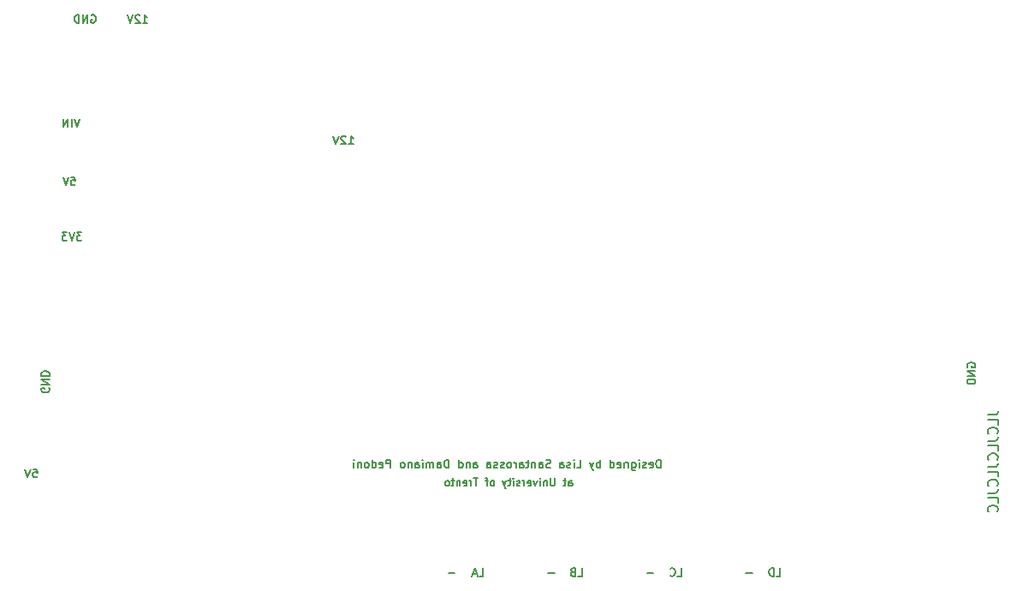
<source format=gbr>
%TF.GenerationSoftware,KiCad,Pcbnew,(6.0.4-0)*%
%TF.CreationDate,2022-05-20T14:50:06+02:00*%
%TF.ProjectId,Huge-Stepper-Driver,48756765-2d53-4746-9570-7065722d4472,rev?*%
%TF.SameCoordinates,Original*%
%TF.FileFunction,Legend,Bot*%
%TF.FilePolarity,Positive*%
%FSLAX46Y46*%
G04 Gerber Fmt 4.6, Leading zero omitted, Abs format (unit mm)*
G04 Created by KiCad (PCBNEW (6.0.4-0)) date 2022-05-20 14:50:06*
%MOMM*%
%LPD*%
G01*
G04 APERTURE LIST*
%ADD10C,0.150000*%
G04 APERTURE END LIST*
D10*
X145501571Y-124189685D02*
X145501571Y-123796828D01*
X145537285Y-123725400D01*
X145608714Y-123689685D01*
X145751571Y-123689685D01*
X145823000Y-123725400D01*
X145501571Y-124153971D02*
X145573000Y-124189685D01*
X145751571Y-124189685D01*
X145823000Y-124153971D01*
X145858714Y-124082542D01*
X145858714Y-124011114D01*
X145823000Y-123939685D01*
X145751571Y-123903971D01*
X145573000Y-123903971D01*
X145501571Y-123868257D01*
X145251571Y-123689685D02*
X144965857Y-123689685D01*
X145144428Y-123439685D02*
X145144428Y-124082542D01*
X145108714Y-124153971D01*
X145037285Y-124189685D01*
X144965857Y-124189685D01*
X144144428Y-123439685D02*
X144144428Y-124046828D01*
X144108714Y-124118257D01*
X144073000Y-124153971D01*
X144001571Y-124189685D01*
X143858714Y-124189685D01*
X143787285Y-124153971D01*
X143751571Y-124118257D01*
X143715857Y-124046828D01*
X143715857Y-123439685D01*
X143358714Y-123689685D02*
X143358714Y-124189685D01*
X143358714Y-123761114D02*
X143323000Y-123725400D01*
X143251571Y-123689685D01*
X143144428Y-123689685D01*
X143073000Y-123725400D01*
X143037285Y-123796828D01*
X143037285Y-124189685D01*
X142680142Y-124189685D02*
X142680142Y-123689685D01*
X142680142Y-123439685D02*
X142715857Y-123475400D01*
X142680142Y-123511114D01*
X142644428Y-123475400D01*
X142680142Y-123439685D01*
X142680142Y-123511114D01*
X142394428Y-123689685D02*
X142215857Y-124189685D01*
X142037285Y-123689685D01*
X141465857Y-124153971D02*
X141537285Y-124189685D01*
X141680142Y-124189685D01*
X141751571Y-124153971D01*
X141787285Y-124082542D01*
X141787285Y-123796828D01*
X141751571Y-123725400D01*
X141680142Y-123689685D01*
X141537285Y-123689685D01*
X141465857Y-123725400D01*
X141430142Y-123796828D01*
X141430142Y-123868257D01*
X141787285Y-123939685D01*
X141108714Y-124189685D02*
X141108714Y-123689685D01*
X141108714Y-123832542D02*
X141073000Y-123761114D01*
X141037285Y-123725400D01*
X140965857Y-123689685D01*
X140894428Y-123689685D01*
X140680142Y-124153971D02*
X140608714Y-124189685D01*
X140465857Y-124189685D01*
X140394428Y-124153971D01*
X140358714Y-124082542D01*
X140358714Y-124046828D01*
X140394428Y-123975400D01*
X140465857Y-123939685D01*
X140573000Y-123939685D01*
X140644428Y-123903971D01*
X140680142Y-123832542D01*
X140680142Y-123796828D01*
X140644428Y-123725400D01*
X140573000Y-123689685D01*
X140465857Y-123689685D01*
X140394428Y-123725400D01*
X140037285Y-124189685D02*
X140037285Y-123689685D01*
X140037285Y-123439685D02*
X140073000Y-123475400D01*
X140037285Y-123511114D01*
X140001571Y-123475400D01*
X140037285Y-123439685D01*
X140037285Y-123511114D01*
X139787285Y-123689685D02*
X139501571Y-123689685D01*
X139680142Y-123439685D02*
X139680142Y-124082542D01*
X139644428Y-124153971D01*
X139573000Y-124189685D01*
X139501571Y-124189685D01*
X139323000Y-123689685D02*
X139144428Y-124189685D01*
X138965857Y-123689685D02*
X139144428Y-124189685D01*
X139215857Y-124368257D01*
X139251571Y-124403971D01*
X139323000Y-124439685D01*
X138001571Y-124189685D02*
X138073000Y-124153971D01*
X138108714Y-124118257D01*
X138144428Y-124046828D01*
X138144428Y-123832542D01*
X138108714Y-123761114D01*
X138073000Y-123725400D01*
X138001571Y-123689685D01*
X137894428Y-123689685D01*
X137823000Y-123725400D01*
X137787285Y-123761114D01*
X137751571Y-123832542D01*
X137751571Y-124046828D01*
X137787285Y-124118257D01*
X137823000Y-124153971D01*
X137894428Y-124189685D01*
X138001571Y-124189685D01*
X137537285Y-123689685D02*
X137251571Y-123689685D01*
X137430142Y-124189685D02*
X137430142Y-123546828D01*
X137394428Y-123475400D01*
X137323000Y-123439685D01*
X137251571Y-123439685D01*
X136537285Y-123439685D02*
X136108714Y-123439685D01*
X136323000Y-124189685D02*
X136323000Y-123439685D01*
X135858714Y-124189685D02*
X135858714Y-123689685D01*
X135858714Y-123832542D02*
X135823000Y-123761114D01*
X135787285Y-123725400D01*
X135715857Y-123689685D01*
X135644428Y-123689685D01*
X135108714Y-124153971D02*
X135180142Y-124189685D01*
X135323000Y-124189685D01*
X135394428Y-124153971D01*
X135430142Y-124082542D01*
X135430142Y-123796828D01*
X135394428Y-123725400D01*
X135323000Y-123689685D01*
X135180142Y-123689685D01*
X135108714Y-123725400D01*
X135073000Y-123796828D01*
X135073000Y-123868257D01*
X135430142Y-123939685D01*
X134751571Y-123689685D02*
X134751571Y-124189685D01*
X134751571Y-123761114D02*
X134715857Y-123725400D01*
X134644428Y-123689685D01*
X134537285Y-123689685D01*
X134465857Y-123725400D01*
X134430142Y-123796828D01*
X134430142Y-124189685D01*
X134180142Y-123689685D02*
X133894428Y-123689685D01*
X134073000Y-123439685D02*
X134073000Y-124082542D01*
X134037285Y-124153971D01*
X133965857Y-124189685D01*
X133894428Y-124189685D01*
X133537285Y-124189685D02*
X133608714Y-124153971D01*
X133644428Y-124118257D01*
X133680142Y-124046828D01*
X133680142Y-123832542D01*
X133644428Y-123761114D01*
X133608714Y-123725400D01*
X133537285Y-123689685D01*
X133430142Y-123689685D01*
X133358714Y-123725400D01*
X133323000Y-123761114D01*
X133287285Y-123832542D01*
X133287285Y-124046828D01*
X133323000Y-124118257D01*
X133358714Y-124153971D01*
X133430142Y-124189685D01*
X133537285Y-124189685D01*
X186955180Y-117173952D02*
X187669466Y-117173952D01*
X187812323Y-117126333D01*
X187907561Y-117031095D01*
X187955180Y-116888238D01*
X187955180Y-116793000D01*
X187955180Y-118126333D02*
X187955180Y-117650142D01*
X186955180Y-117650142D01*
X187859942Y-119031095D02*
X187907561Y-118983476D01*
X187955180Y-118840619D01*
X187955180Y-118745380D01*
X187907561Y-118602523D01*
X187812323Y-118507285D01*
X187717085Y-118459666D01*
X187526609Y-118412047D01*
X187383752Y-118412047D01*
X187193276Y-118459666D01*
X187098038Y-118507285D01*
X187002800Y-118602523D01*
X186955180Y-118745380D01*
X186955180Y-118840619D01*
X187002800Y-118983476D01*
X187050419Y-119031095D01*
X186955180Y-119745380D02*
X187669466Y-119745380D01*
X187812323Y-119697761D01*
X187907561Y-119602523D01*
X187955180Y-119459666D01*
X187955180Y-119364428D01*
X187955180Y-120697761D02*
X187955180Y-120221571D01*
X186955180Y-120221571D01*
X187859942Y-121602523D02*
X187907561Y-121554904D01*
X187955180Y-121412047D01*
X187955180Y-121316809D01*
X187907561Y-121173952D01*
X187812323Y-121078714D01*
X187717085Y-121031095D01*
X187526609Y-120983476D01*
X187383752Y-120983476D01*
X187193276Y-121031095D01*
X187098038Y-121078714D01*
X187002800Y-121173952D01*
X186955180Y-121316809D01*
X186955180Y-121412047D01*
X187002800Y-121554904D01*
X187050419Y-121602523D01*
X186955180Y-122316809D02*
X187669466Y-122316809D01*
X187812323Y-122269190D01*
X187907561Y-122173952D01*
X187955180Y-122031095D01*
X187955180Y-121935857D01*
X187955180Y-123269190D02*
X187955180Y-122793000D01*
X186955180Y-122793000D01*
X187859942Y-124173952D02*
X187907561Y-124126333D01*
X187955180Y-123983476D01*
X187955180Y-123888238D01*
X187907561Y-123745380D01*
X187812323Y-123650142D01*
X187717085Y-123602523D01*
X187526609Y-123554904D01*
X187383752Y-123554904D01*
X187193276Y-123602523D01*
X187098038Y-123650142D01*
X187002800Y-123745380D01*
X186955180Y-123888238D01*
X186955180Y-123983476D01*
X187002800Y-124126333D01*
X187050419Y-124173952D01*
X186955180Y-124888238D02*
X187669466Y-124888238D01*
X187812323Y-124840619D01*
X187907561Y-124745380D01*
X187955180Y-124602523D01*
X187955180Y-124507285D01*
X187955180Y-125840619D02*
X187955180Y-125364428D01*
X186955180Y-125364428D01*
X187859942Y-126745380D02*
X187907561Y-126697761D01*
X187955180Y-126554904D01*
X187955180Y-126459666D01*
X187907561Y-126316809D01*
X187812323Y-126221571D01*
X187717085Y-126173952D01*
X187526609Y-126126333D01*
X187383752Y-126126333D01*
X187193276Y-126173952D01*
X187098038Y-126221571D01*
X187002800Y-126316809D01*
X186955180Y-126459666D01*
X186955180Y-126554904D01*
X187002800Y-126697761D01*
X187050419Y-126745380D01*
X154601552Y-122383504D02*
X154601552Y-121583504D01*
X154411076Y-121583504D01*
X154296790Y-121621600D01*
X154220600Y-121697790D01*
X154182504Y-121773980D01*
X154144409Y-121926361D01*
X154144409Y-122040647D01*
X154182504Y-122193028D01*
X154220600Y-122269219D01*
X154296790Y-122345409D01*
X154411076Y-122383504D01*
X154601552Y-122383504D01*
X153496790Y-122345409D02*
X153572980Y-122383504D01*
X153725361Y-122383504D01*
X153801552Y-122345409D01*
X153839647Y-122269219D01*
X153839647Y-121964457D01*
X153801552Y-121888266D01*
X153725361Y-121850171D01*
X153572980Y-121850171D01*
X153496790Y-121888266D01*
X153458695Y-121964457D01*
X153458695Y-122040647D01*
X153839647Y-122116838D01*
X153153933Y-122345409D02*
X153077742Y-122383504D01*
X152925361Y-122383504D01*
X152849171Y-122345409D01*
X152811076Y-122269219D01*
X152811076Y-122231123D01*
X152849171Y-122154933D01*
X152925361Y-122116838D01*
X153039647Y-122116838D01*
X153115838Y-122078742D01*
X153153933Y-122002552D01*
X153153933Y-121964457D01*
X153115838Y-121888266D01*
X153039647Y-121850171D01*
X152925361Y-121850171D01*
X152849171Y-121888266D01*
X152468219Y-122383504D02*
X152468219Y-121850171D01*
X152468219Y-121583504D02*
X152506314Y-121621600D01*
X152468219Y-121659695D01*
X152430123Y-121621600D01*
X152468219Y-121583504D01*
X152468219Y-121659695D01*
X151744409Y-121850171D02*
X151744409Y-122497790D01*
X151782504Y-122573980D01*
X151820600Y-122612076D01*
X151896790Y-122650171D01*
X152011076Y-122650171D01*
X152087266Y-122612076D01*
X151744409Y-122345409D02*
X151820600Y-122383504D01*
X151972980Y-122383504D01*
X152049171Y-122345409D01*
X152087266Y-122307314D01*
X152125361Y-122231123D01*
X152125361Y-122002552D01*
X152087266Y-121926361D01*
X152049171Y-121888266D01*
X151972980Y-121850171D01*
X151820600Y-121850171D01*
X151744409Y-121888266D01*
X151363457Y-121850171D02*
X151363457Y-122383504D01*
X151363457Y-121926361D02*
X151325361Y-121888266D01*
X151249171Y-121850171D01*
X151134885Y-121850171D01*
X151058695Y-121888266D01*
X151020600Y-121964457D01*
X151020600Y-122383504D01*
X150334885Y-122345409D02*
X150411076Y-122383504D01*
X150563457Y-122383504D01*
X150639647Y-122345409D01*
X150677742Y-122269219D01*
X150677742Y-121964457D01*
X150639647Y-121888266D01*
X150563457Y-121850171D01*
X150411076Y-121850171D01*
X150334885Y-121888266D01*
X150296790Y-121964457D01*
X150296790Y-122040647D01*
X150677742Y-122116838D01*
X149611076Y-122383504D02*
X149611076Y-121583504D01*
X149611076Y-122345409D02*
X149687266Y-122383504D01*
X149839647Y-122383504D01*
X149915838Y-122345409D01*
X149953933Y-122307314D01*
X149992028Y-122231123D01*
X149992028Y-122002552D01*
X149953933Y-121926361D01*
X149915838Y-121888266D01*
X149839647Y-121850171D01*
X149687266Y-121850171D01*
X149611076Y-121888266D01*
X148620600Y-122383504D02*
X148620600Y-121583504D01*
X148620600Y-121888266D02*
X148544409Y-121850171D01*
X148392028Y-121850171D01*
X148315838Y-121888266D01*
X148277742Y-121926361D01*
X148239647Y-122002552D01*
X148239647Y-122231123D01*
X148277742Y-122307314D01*
X148315838Y-122345409D01*
X148392028Y-122383504D01*
X148544409Y-122383504D01*
X148620600Y-122345409D01*
X147972980Y-121850171D02*
X147782504Y-122383504D01*
X147592028Y-121850171D02*
X147782504Y-122383504D01*
X147858695Y-122573980D01*
X147896790Y-122612076D01*
X147972980Y-122650171D01*
X146296790Y-122383504D02*
X146677742Y-122383504D01*
X146677742Y-121583504D01*
X146030123Y-122383504D02*
X146030123Y-121850171D01*
X146030123Y-121583504D02*
X146068219Y-121621600D01*
X146030123Y-121659695D01*
X145992028Y-121621600D01*
X146030123Y-121583504D01*
X146030123Y-121659695D01*
X145687266Y-122345409D02*
X145611076Y-122383504D01*
X145458695Y-122383504D01*
X145382504Y-122345409D01*
X145344409Y-122269219D01*
X145344409Y-122231123D01*
X145382504Y-122154933D01*
X145458695Y-122116838D01*
X145572980Y-122116838D01*
X145649171Y-122078742D01*
X145687266Y-122002552D01*
X145687266Y-121964457D01*
X145649171Y-121888266D01*
X145572980Y-121850171D01*
X145458695Y-121850171D01*
X145382504Y-121888266D01*
X144658695Y-122383504D02*
X144658695Y-121964457D01*
X144696790Y-121888266D01*
X144772980Y-121850171D01*
X144925361Y-121850171D01*
X145001552Y-121888266D01*
X144658695Y-122345409D02*
X144734885Y-122383504D01*
X144925361Y-122383504D01*
X145001552Y-122345409D01*
X145039647Y-122269219D01*
X145039647Y-122193028D01*
X145001552Y-122116838D01*
X144925361Y-122078742D01*
X144734885Y-122078742D01*
X144658695Y-122040647D01*
X143706314Y-122345409D02*
X143592028Y-122383504D01*
X143401552Y-122383504D01*
X143325361Y-122345409D01*
X143287266Y-122307314D01*
X143249171Y-122231123D01*
X143249171Y-122154933D01*
X143287266Y-122078742D01*
X143325361Y-122040647D01*
X143401552Y-122002552D01*
X143553933Y-121964457D01*
X143630123Y-121926361D01*
X143668219Y-121888266D01*
X143706314Y-121812076D01*
X143706314Y-121735885D01*
X143668219Y-121659695D01*
X143630123Y-121621600D01*
X143553933Y-121583504D01*
X143363457Y-121583504D01*
X143249171Y-121621600D01*
X142563457Y-122383504D02*
X142563457Y-121964457D01*
X142601552Y-121888266D01*
X142677742Y-121850171D01*
X142830123Y-121850171D01*
X142906314Y-121888266D01*
X142563457Y-122345409D02*
X142639647Y-122383504D01*
X142830123Y-122383504D01*
X142906314Y-122345409D01*
X142944409Y-122269219D01*
X142944409Y-122193028D01*
X142906314Y-122116838D01*
X142830123Y-122078742D01*
X142639647Y-122078742D01*
X142563457Y-122040647D01*
X142182504Y-121850171D02*
X142182504Y-122383504D01*
X142182504Y-121926361D02*
X142144409Y-121888266D01*
X142068219Y-121850171D01*
X141953933Y-121850171D01*
X141877742Y-121888266D01*
X141839647Y-121964457D01*
X141839647Y-122383504D01*
X141572980Y-121850171D02*
X141268219Y-121850171D01*
X141458695Y-121583504D02*
X141458695Y-122269219D01*
X141420600Y-122345409D01*
X141344409Y-122383504D01*
X141268219Y-122383504D01*
X140658695Y-122383504D02*
X140658695Y-121964457D01*
X140696790Y-121888266D01*
X140772980Y-121850171D01*
X140925361Y-121850171D01*
X141001552Y-121888266D01*
X140658695Y-122345409D02*
X140734885Y-122383504D01*
X140925361Y-122383504D01*
X141001552Y-122345409D01*
X141039647Y-122269219D01*
X141039647Y-122193028D01*
X141001552Y-122116838D01*
X140925361Y-122078742D01*
X140734885Y-122078742D01*
X140658695Y-122040647D01*
X140277742Y-122383504D02*
X140277742Y-121850171D01*
X140277742Y-122002552D02*
X140239647Y-121926361D01*
X140201552Y-121888266D01*
X140125361Y-121850171D01*
X140049171Y-121850171D01*
X139668219Y-122383504D02*
X139744409Y-122345409D01*
X139782504Y-122307314D01*
X139820600Y-122231123D01*
X139820600Y-122002552D01*
X139782504Y-121926361D01*
X139744409Y-121888266D01*
X139668219Y-121850171D01*
X139553933Y-121850171D01*
X139477742Y-121888266D01*
X139439647Y-121926361D01*
X139401552Y-122002552D01*
X139401552Y-122231123D01*
X139439647Y-122307314D01*
X139477742Y-122345409D01*
X139553933Y-122383504D01*
X139668219Y-122383504D01*
X139096790Y-122345409D02*
X139020600Y-122383504D01*
X138868219Y-122383504D01*
X138792028Y-122345409D01*
X138753933Y-122269219D01*
X138753933Y-122231123D01*
X138792028Y-122154933D01*
X138868219Y-122116838D01*
X138982504Y-122116838D01*
X139058695Y-122078742D01*
X139096790Y-122002552D01*
X139096790Y-121964457D01*
X139058695Y-121888266D01*
X138982504Y-121850171D01*
X138868219Y-121850171D01*
X138792028Y-121888266D01*
X138449171Y-122345409D02*
X138372980Y-122383504D01*
X138220600Y-122383504D01*
X138144409Y-122345409D01*
X138106314Y-122269219D01*
X138106314Y-122231123D01*
X138144409Y-122154933D01*
X138220600Y-122116838D01*
X138334885Y-122116838D01*
X138411076Y-122078742D01*
X138449171Y-122002552D01*
X138449171Y-121964457D01*
X138411076Y-121888266D01*
X138334885Y-121850171D01*
X138220600Y-121850171D01*
X138144409Y-121888266D01*
X137420600Y-122383504D02*
X137420600Y-121964457D01*
X137458695Y-121888266D01*
X137534885Y-121850171D01*
X137687266Y-121850171D01*
X137763457Y-121888266D01*
X137420600Y-122345409D02*
X137496790Y-122383504D01*
X137687266Y-122383504D01*
X137763457Y-122345409D01*
X137801552Y-122269219D01*
X137801552Y-122193028D01*
X137763457Y-122116838D01*
X137687266Y-122078742D01*
X137496790Y-122078742D01*
X137420600Y-122040647D01*
X136087266Y-122383504D02*
X136087266Y-121964457D01*
X136125361Y-121888266D01*
X136201552Y-121850171D01*
X136353933Y-121850171D01*
X136430123Y-121888266D01*
X136087266Y-122345409D02*
X136163457Y-122383504D01*
X136353933Y-122383504D01*
X136430123Y-122345409D01*
X136468219Y-122269219D01*
X136468219Y-122193028D01*
X136430123Y-122116838D01*
X136353933Y-122078742D01*
X136163457Y-122078742D01*
X136087266Y-122040647D01*
X135706314Y-121850171D02*
X135706314Y-122383504D01*
X135706314Y-121926361D02*
X135668219Y-121888266D01*
X135592028Y-121850171D01*
X135477742Y-121850171D01*
X135401552Y-121888266D01*
X135363457Y-121964457D01*
X135363457Y-122383504D01*
X134639647Y-122383504D02*
X134639647Y-121583504D01*
X134639647Y-122345409D02*
X134715838Y-122383504D01*
X134868219Y-122383504D01*
X134944409Y-122345409D01*
X134982504Y-122307314D01*
X135020600Y-122231123D01*
X135020600Y-122002552D01*
X134982504Y-121926361D01*
X134944409Y-121888266D01*
X134868219Y-121850171D01*
X134715838Y-121850171D01*
X134639647Y-121888266D01*
X133649171Y-122383504D02*
X133649171Y-121583504D01*
X133458695Y-121583504D01*
X133344409Y-121621600D01*
X133268219Y-121697790D01*
X133230123Y-121773980D01*
X133192028Y-121926361D01*
X133192028Y-122040647D01*
X133230123Y-122193028D01*
X133268219Y-122269219D01*
X133344409Y-122345409D01*
X133458695Y-122383504D01*
X133649171Y-122383504D01*
X132506314Y-122383504D02*
X132506314Y-121964457D01*
X132544409Y-121888266D01*
X132620600Y-121850171D01*
X132772980Y-121850171D01*
X132849171Y-121888266D01*
X132506314Y-122345409D02*
X132582504Y-122383504D01*
X132772980Y-122383504D01*
X132849171Y-122345409D01*
X132887266Y-122269219D01*
X132887266Y-122193028D01*
X132849171Y-122116838D01*
X132772980Y-122078742D01*
X132582504Y-122078742D01*
X132506314Y-122040647D01*
X132125361Y-122383504D02*
X132125361Y-121850171D01*
X132125361Y-121926361D02*
X132087266Y-121888266D01*
X132011076Y-121850171D01*
X131896790Y-121850171D01*
X131820600Y-121888266D01*
X131782504Y-121964457D01*
X131782504Y-122383504D01*
X131782504Y-121964457D02*
X131744409Y-121888266D01*
X131668219Y-121850171D01*
X131553933Y-121850171D01*
X131477742Y-121888266D01*
X131439647Y-121964457D01*
X131439647Y-122383504D01*
X131058695Y-122383504D02*
X131058695Y-121850171D01*
X131058695Y-121583504D02*
X131096790Y-121621600D01*
X131058695Y-121659695D01*
X131020600Y-121621600D01*
X131058695Y-121583504D01*
X131058695Y-121659695D01*
X130334885Y-122383504D02*
X130334885Y-121964457D01*
X130372980Y-121888266D01*
X130449171Y-121850171D01*
X130601552Y-121850171D01*
X130677742Y-121888266D01*
X130334885Y-122345409D02*
X130411076Y-122383504D01*
X130601552Y-122383504D01*
X130677742Y-122345409D01*
X130715838Y-122269219D01*
X130715838Y-122193028D01*
X130677742Y-122116838D01*
X130601552Y-122078742D01*
X130411076Y-122078742D01*
X130334885Y-122040647D01*
X129953933Y-121850171D02*
X129953933Y-122383504D01*
X129953933Y-121926361D02*
X129915838Y-121888266D01*
X129839647Y-121850171D01*
X129725361Y-121850171D01*
X129649171Y-121888266D01*
X129611076Y-121964457D01*
X129611076Y-122383504D01*
X129115838Y-122383504D02*
X129192028Y-122345409D01*
X129230123Y-122307314D01*
X129268219Y-122231123D01*
X129268219Y-122002552D01*
X129230123Y-121926361D01*
X129192028Y-121888266D01*
X129115838Y-121850171D01*
X129001552Y-121850171D01*
X128925361Y-121888266D01*
X128887266Y-121926361D01*
X128849171Y-122002552D01*
X128849171Y-122231123D01*
X128887266Y-122307314D01*
X128925361Y-122345409D01*
X129001552Y-122383504D01*
X129115838Y-122383504D01*
X127896790Y-122383504D02*
X127896790Y-121583504D01*
X127592028Y-121583504D01*
X127515838Y-121621600D01*
X127477742Y-121659695D01*
X127439647Y-121735885D01*
X127439647Y-121850171D01*
X127477742Y-121926361D01*
X127515838Y-121964457D01*
X127592028Y-122002552D01*
X127896790Y-122002552D01*
X126792028Y-122345409D02*
X126868219Y-122383504D01*
X127020600Y-122383504D01*
X127096790Y-122345409D01*
X127134885Y-122269219D01*
X127134885Y-121964457D01*
X127096790Y-121888266D01*
X127020600Y-121850171D01*
X126868219Y-121850171D01*
X126792028Y-121888266D01*
X126753933Y-121964457D01*
X126753933Y-122040647D01*
X127134885Y-122116838D01*
X126068219Y-122383504D02*
X126068219Y-121583504D01*
X126068219Y-122345409D02*
X126144409Y-122383504D01*
X126296790Y-122383504D01*
X126372980Y-122345409D01*
X126411076Y-122307314D01*
X126449171Y-122231123D01*
X126449171Y-122002552D01*
X126411076Y-121926361D01*
X126372980Y-121888266D01*
X126296790Y-121850171D01*
X126144409Y-121850171D01*
X126068219Y-121888266D01*
X125572980Y-122383504D02*
X125649171Y-122345409D01*
X125687266Y-122307314D01*
X125725361Y-122231123D01*
X125725361Y-122002552D01*
X125687266Y-121926361D01*
X125649171Y-121888266D01*
X125572980Y-121850171D01*
X125458695Y-121850171D01*
X125382504Y-121888266D01*
X125344409Y-121926361D01*
X125306314Y-122002552D01*
X125306314Y-122231123D01*
X125344409Y-122307314D01*
X125382504Y-122345409D01*
X125458695Y-122383504D01*
X125572980Y-122383504D01*
X124963457Y-121850171D02*
X124963457Y-122383504D01*
X124963457Y-121926361D02*
X124925361Y-121888266D01*
X124849171Y-121850171D01*
X124734885Y-121850171D01*
X124658695Y-121888266D01*
X124620600Y-121964457D01*
X124620600Y-122383504D01*
X124239647Y-122383504D02*
X124239647Y-121850171D01*
X124239647Y-121583504D02*
X124277742Y-121621600D01*
X124239647Y-121659695D01*
X124201552Y-121621600D01*
X124239647Y-121583504D01*
X124239647Y-121659695D01*
X97340476Y-99121904D02*
X96845238Y-99121904D01*
X97111904Y-99426666D01*
X96997619Y-99426666D01*
X96921428Y-99464761D01*
X96883333Y-99502857D01*
X96845238Y-99579047D01*
X96845238Y-99769523D01*
X96883333Y-99845714D01*
X96921428Y-99883809D01*
X96997619Y-99921904D01*
X97226190Y-99921904D01*
X97302380Y-99883809D01*
X97340476Y-99845714D01*
X96616666Y-99121904D02*
X96350000Y-99921904D01*
X96083333Y-99121904D01*
X95892857Y-99121904D02*
X95397619Y-99121904D01*
X95664285Y-99426666D01*
X95550000Y-99426666D01*
X95473809Y-99464761D01*
X95435714Y-99502857D01*
X95397619Y-99579047D01*
X95397619Y-99769523D01*
X95435714Y-99845714D01*
X95473809Y-99883809D01*
X95550000Y-99921904D01*
X95778571Y-99921904D01*
X95854761Y-99883809D01*
X95892857Y-99845714D01*
X97146190Y-87921904D02*
X96879523Y-88721904D01*
X96612857Y-87921904D01*
X96346190Y-88721904D02*
X96346190Y-87921904D01*
X95965238Y-88721904D02*
X95965238Y-87921904D01*
X95508095Y-88721904D01*
X95508095Y-87921904D01*
X94100000Y-114519523D02*
X94138095Y-114595714D01*
X94138095Y-114710000D01*
X94100000Y-114824285D01*
X94023809Y-114900476D01*
X93947619Y-114938571D01*
X93795238Y-114976666D01*
X93680952Y-114976666D01*
X93528571Y-114938571D01*
X93452380Y-114900476D01*
X93376190Y-114824285D01*
X93338095Y-114710000D01*
X93338095Y-114633809D01*
X93376190Y-114519523D01*
X93414285Y-114481428D01*
X93680952Y-114481428D01*
X93680952Y-114633809D01*
X93338095Y-114138571D02*
X94138095Y-114138571D01*
X93338095Y-113681428D01*
X94138095Y-113681428D01*
X93338095Y-113300476D02*
X94138095Y-113300476D01*
X94138095Y-113110000D01*
X94100000Y-112995714D01*
X94023809Y-112919523D01*
X93947619Y-112881428D01*
X93795238Y-112843333D01*
X93680952Y-112843333D01*
X93528571Y-112881428D01*
X93452380Y-112919523D01*
X93376190Y-112995714D01*
X93338095Y-113110000D01*
X93338095Y-113300476D01*
X136635238Y-133111904D02*
X137016190Y-133111904D01*
X137016190Y-132311904D01*
X136406666Y-132883333D02*
X136025714Y-132883333D01*
X136482857Y-133111904D02*
X136216190Y-132311904D01*
X135949523Y-133111904D01*
X92542380Y-122541904D02*
X92923333Y-122541904D01*
X92961428Y-122922857D01*
X92923333Y-122884761D01*
X92847142Y-122846666D01*
X92656666Y-122846666D01*
X92580476Y-122884761D01*
X92542380Y-122922857D01*
X92504285Y-122999047D01*
X92504285Y-123189523D01*
X92542380Y-123265714D01*
X92580476Y-123303809D01*
X92656666Y-123341904D01*
X92847142Y-123341904D01*
X92923333Y-123303809D01*
X92961428Y-123265714D01*
X92275714Y-122541904D02*
X92009047Y-123341904D01*
X91742380Y-122541904D01*
X153894761Y-132807142D02*
X153285238Y-132807142D01*
X156252380Y-133111904D02*
X156633333Y-133111904D01*
X156633333Y-132311904D01*
X155528571Y-133035714D02*
X155566666Y-133073809D01*
X155680952Y-133111904D01*
X155757142Y-133111904D01*
X155871428Y-133073809D01*
X155947619Y-132997619D01*
X155985714Y-132921428D01*
X156023809Y-132769047D01*
X156023809Y-132654761D01*
X155985714Y-132502380D01*
X155947619Y-132426190D01*
X155871428Y-132350000D01*
X155757142Y-132311904D01*
X155680952Y-132311904D01*
X155566666Y-132350000D01*
X155528571Y-132388095D01*
X103375238Y-78421904D02*
X103832380Y-78421904D01*
X103603809Y-78421904D02*
X103603809Y-77621904D01*
X103680000Y-77736190D01*
X103756190Y-77812380D01*
X103832380Y-77850476D01*
X103070476Y-77698095D02*
X103032380Y-77660000D01*
X102956190Y-77621904D01*
X102765714Y-77621904D01*
X102689523Y-77660000D01*
X102651428Y-77698095D01*
X102613333Y-77774285D01*
X102613333Y-77850476D01*
X102651428Y-77964761D01*
X103108571Y-78421904D01*
X102613333Y-78421904D01*
X102384761Y-77621904D02*
X102118095Y-78421904D01*
X101851428Y-77621904D01*
X134204761Y-132807142D02*
X133595238Y-132807142D01*
X184930000Y-112450476D02*
X184891904Y-112374285D01*
X184891904Y-112260000D01*
X184930000Y-112145714D01*
X185006190Y-112069523D01*
X185082380Y-112031428D01*
X185234761Y-111993333D01*
X185349047Y-111993333D01*
X185501428Y-112031428D01*
X185577619Y-112069523D01*
X185653809Y-112145714D01*
X185691904Y-112260000D01*
X185691904Y-112336190D01*
X185653809Y-112450476D01*
X185615714Y-112488571D01*
X185349047Y-112488571D01*
X185349047Y-112336190D01*
X185691904Y-112831428D02*
X184891904Y-112831428D01*
X185691904Y-113288571D01*
X184891904Y-113288571D01*
X185691904Y-113669523D02*
X184891904Y-113669523D01*
X184891904Y-113860000D01*
X184930000Y-113974285D01*
X185006190Y-114050476D01*
X185082380Y-114088571D01*
X185234761Y-114126666D01*
X185349047Y-114126666D01*
X185501428Y-114088571D01*
X185577619Y-114050476D01*
X185653809Y-113974285D01*
X185691904Y-113860000D01*
X185691904Y-113669523D01*
X144084761Y-132807142D02*
X143475238Y-132807142D01*
X163644761Y-132807142D02*
X163035238Y-132807142D01*
X146432380Y-133111904D02*
X146813333Y-133111904D01*
X146813333Y-132311904D01*
X145899047Y-132692857D02*
X145784761Y-132730952D01*
X145746666Y-132769047D01*
X145708571Y-132845238D01*
X145708571Y-132959523D01*
X145746666Y-133035714D01*
X145784761Y-133073809D01*
X145860952Y-133111904D01*
X146165714Y-133111904D01*
X146165714Y-132311904D01*
X145899047Y-132311904D01*
X145822857Y-132350000D01*
X145784761Y-132388095D01*
X145746666Y-132464285D01*
X145746666Y-132540476D01*
X145784761Y-132616666D01*
X145822857Y-132654761D01*
X145899047Y-132692857D01*
X146165714Y-132692857D01*
X166042380Y-133111904D02*
X166423333Y-133111904D01*
X166423333Y-132311904D01*
X165775714Y-133111904D02*
X165775714Y-132311904D01*
X165585238Y-132311904D01*
X165470952Y-132350000D01*
X165394761Y-132426190D01*
X165356666Y-132502380D01*
X165318571Y-132654761D01*
X165318571Y-132769047D01*
X165356666Y-132921428D01*
X165394761Y-132997619D01*
X165470952Y-133073809D01*
X165585238Y-133111904D01*
X165775714Y-133111904D01*
X123735238Y-90411904D02*
X124192380Y-90411904D01*
X123963809Y-90411904D02*
X123963809Y-89611904D01*
X124040000Y-89726190D01*
X124116190Y-89802380D01*
X124192380Y-89840476D01*
X123430476Y-89688095D02*
X123392380Y-89650000D01*
X123316190Y-89611904D01*
X123125714Y-89611904D01*
X123049523Y-89650000D01*
X123011428Y-89688095D01*
X122973333Y-89764285D01*
X122973333Y-89840476D01*
X123011428Y-89954761D01*
X123468571Y-90411904D01*
X122973333Y-90411904D01*
X122744761Y-89611904D02*
X122478095Y-90411904D01*
X122211428Y-89611904D01*
X98279523Y-77660000D02*
X98355714Y-77621904D01*
X98470000Y-77621904D01*
X98584285Y-77660000D01*
X98660476Y-77736190D01*
X98698571Y-77812380D01*
X98736666Y-77964761D01*
X98736666Y-78079047D01*
X98698571Y-78231428D01*
X98660476Y-78307619D01*
X98584285Y-78383809D01*
X98470000Y-78421904D01*
X98393809Y-78421904D01*
X98279523Y-78383809D01*
X98241428Y-78345714D01*
X98241428Y-78079047D01*
X98393809Y-78079047D01*
X97898571Y-78421904D02*
X97898571Y-77621904D01*
X97441428Y-78421904D01*
X97441428Y-77621904D01*
X97060476Y-78421904D02*
X97060476Y-77621904D01*
X96870000Y-77621904D01*
X96755714Y-77660000D01*
X96679523Y-77736190D01*
X96641428Y-77812380D01*
X96603333Y-77964761D01*
X96603333Y-78079047D01*
X96641428Y-78231428D01*
X96679523Y-78307619D01*
X96755714Y-78383809D01*
X96870000Y-78421904D01*
X97060476Y-78421904D01*
X96282380Y-93661904D02*
X96663333Y-93661904D01*
X96701428Y-94042857D01*
X96663333Y-94004761D01*
X96587142Y-93966666D01*
X96396666Y-93966666D01*
X96320476Y-94004761D01*
X96282380Y-94042857D01*
X96244285Y-94119047D01*
X96244285Y-94309523D01*
X96282380Y-94385714D01*
X96320476Y-94423809D01*
X96396666Y-94461904D01*
X96587142Y-94461904D01*
X96663333Y-94423809D01*
X96701428Y-94385714D01*
X96015714Y-93661904D02*
X95749047Y-94461904D01*
X95482380Y-93661904D01*
M02*

</source>
